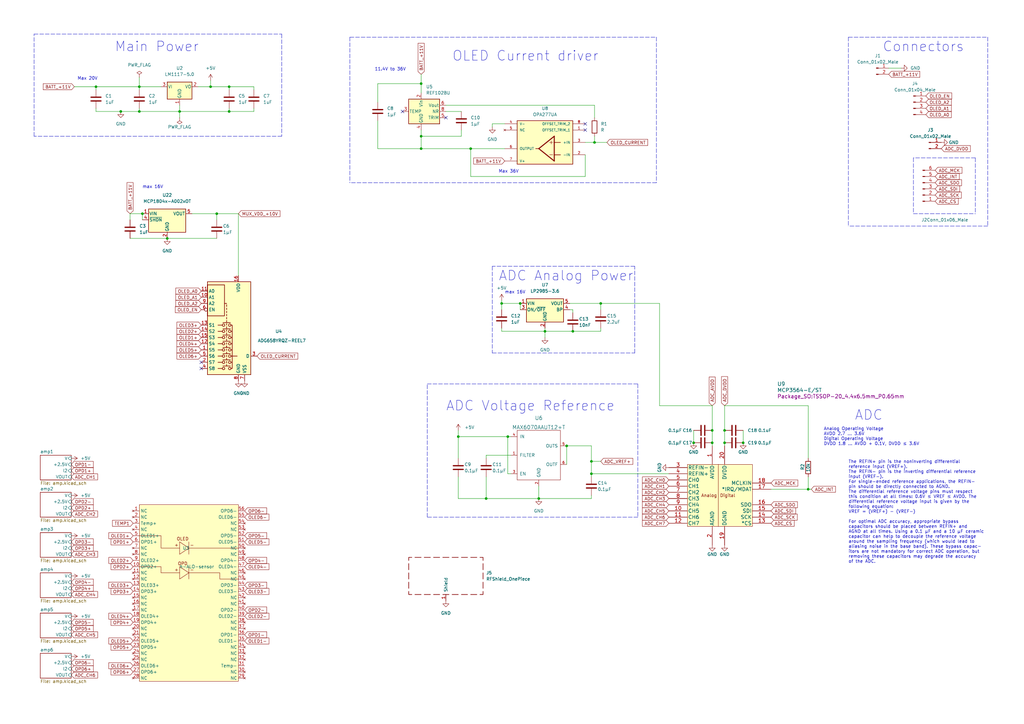
<source format=kicad_sch>
(kicad_sch (version 20211123) (generator eeschema)
  (paper "A3")
  (lib_symbols
    (symbol "ADG658:ADG658YRQZ-REEL7"
      (property "Reference" "U" (at 8.89 38.1 0))
      (property "Value" "ADG658YRQZ-REEL7" (at 1.27 36.83 0))
      (symbol "ADG658YRQZ-REEL7_1_1"
        (pin bidirectional line (at -11.43 -7.62 0) (length 2.54) (name "S5") (number "1"))
        (pin input line (at -11.43 13.97 0) (length 2.54) (name "A1") (number "10"))
        (pin input line (at -11.43 16.51 0) (length 2.54) (name "A0") (number "11"))
        (pin bidirectional line (at -11.43 -5.08 0) (length 2.54) (name "S4") (number "12"))
        (pin bidirectional line (at -11.43 2.54 0) (length 2.54) (name "S1") (number "13"))
        (pin bidirectional line (at -11.43 0 0) (length 2.54) (name "S2") (number "14"))
        (pin bidirectional line (at -11.43 -2.54 0) (length 2.54) (name "S3") (number "15"))
        (pin power_in line (at 3.81 22.86 270) (length 2.54) (name "VDD") (number "16"))
        (pin bidirectional line (at -11.43 -12.7 0) (length 2.54) (name "S7") (number "2"))
        (pin bidirectional line (at 11.43 -10.16 180) (length 2.54) (name "D") (number "3"))
        (pin bidirectional line (at -11.43 -15.24 0) (length 2.54) (name "S8") (number "4"))
        (pin bidirectional line (at -11.43 -10.16 0) (length 2.54) (name "S6") (number "5"))
        (pin input inverted (at -11.43 8.89 0) (length 2.54) (name "EN") (number "6"))
        (pin power_in line (at 6.35 -20.32 90) (length 2.54) (name "VSS") (number "7"))
        (pin power_in line (at 3.81 -20.32 90) (length 2.54) (name "GND") (number "8"))
        (pin input line (at -11.43 11.43 0) (length 2.54) (name "A2") (number "9"))
      )
    )
    (symbol "Connector:Conn_01x02_Male" (pin_names (offset 1.016) hide)
      (property "Reference" "J" (at 0 2.54 0))
      (property "Value" "Conn_01x02_Male" (at 0 -5.08 0))
      (symbol "Conn_01x02_Male_1_1"
        (pin passive line (at 5.08 0 180) (length 3.81) (name "Pin_1") (number "1"))
        (pin passive line (at 5.08 -2.54 180) (length 3.81) (name "Pin_2") (number "2"))
      )
    )
    (symbol "Connector:Conn_01x04_Male" (pin_names (offset 1.016) hide)
      (property "Reference" "J" (at 0 5.08 0))
      (property "Value" "Conn_01x04_Male" (at 0 -7.62 0))
      (symbol "Conn_01x04_Male_1_1"
        (pin passive line (at 5.08 2.54 180) (length 3.81) (name "Pin_1") (number "1"))
        (pin passive line (at 5.08 0 180) (length 3.81) (name "Pin_2") (number "2"))
        (pin passive line (at 5.08 -2.54 180) (length 3.81) (name "Pin_3") (number "3"))
        (pin passive line (at 5.08 -5.08 180) (length 3.81) (name "Pin_4") (number "4"))
      )
    )
    (symbol "Connector:Conn_01x06_Male" (pin_names (offset 1.016) hide)
      (property "Reference" "J" (at 0 7.62 0))
      (property "Value" "Conn_01x06_Male" (at 0 -10.16 0))
      (symbol "Conn_01x06_Male_1_1"
        (pin passive line (at 5.08 5.08 180) (length 3.81) (name "Pin_1") (number "1"))
        (pin passive line (at 5.08 2.54 180) (length 3.81) (name "Pin_2") (number "2"))
        (pin passive line (at 5.08 0 180) (length 3.81) (name "Pin_3") (number "3"))
        (pin passive line (at 5.08 -2.54 180) (length 3.81) (name "Pin_4") (number "4"))
        (pin passive line (at 5.08 -5.08 180) (length 3.81) (name "Pin_5") (number "5"))
        (pin passive line (at 5.08 -7.62 180) (length 3.81) (name "Pin_6") (number "6"))
      )
    )
    (symbol "Device:C" (pin_numbers hide) (pin_names (offset 0.254))
      (property "Reference" "C" (at 0.635 2.54 0))
      (property "Value" "C" (at 0.635 -2.54 0))
      (symbol "C_1_1"
        (pin passive line (at 0 3.81 270) (length 2.794) (name "~") (number "1"))
        (pin passive line (at 0 -3.81 90) (length 2.794) (name "~") (number "2"))
      )
    )
    (symbol "Device:R" (pin_numbers hide) (pin_names (offset 0))
      (property "Reference" "R" (at 2.032 0 90))
      (property "Value" "R" (at 0 0 90))
      (symbol "R_1_1"
        (pin passive line (at 0 3.81 270) (length 1.27) (name "~") (number "1"))
        (pin passive line (at 0 -3.81 90) (length 1.27) (name "~") (number "2"))
      )
    )
    (symbol "Device:RFShield_OnePiece" (pin_names (offset 1.016))
      (property "Reference" "J" (at 0 5.08 0))
      (property "Value" "RFShield_OnePiece" (at 0 2.54 0))
      (symbol "RFShield_OnePiece_1_1"
        (pin passive line (at 0 -10.16 90) (length 2.54) (name "Shield") (number "1"))
      )
    )
    (symbol "MAX6070:MAX6070AAUT12+T" (pin_names (offset 1.016))
      (property "Reference" "U" (at -8.89 11.43 0))
      (property "Value" "MAX6070AAUT12+T" (at 8.89 11.43 0))
      (symbol "MAX6070AAUT12+T_1_1"
        (pin passive line (at -11.43 0 0) (length 2.54) (name "FILTER") (number "1"))
        (pin power_in line (at 0 -12.7 90) (length 2.54) (name "GND") (number "2"))
        (pin input line (at -11.43 -7.62 0) (length 2.54) (name "EN") (number "3"))
        (pin power_in line (at -11.43 7.62 0) (length 2.54) (name "IN") (number "4"))
        (pin passive line (at 11.43 3.81 180) (length 2.54) (name "OUTS") (number "5"))
        (pin power_out line (at 11.43 -3.81 180) (length 2.54) (name "OUTF") (number "6"))
      )
    )
    (symbol "MCP356x:MCP3564-E{slash}ST" (pin_names (offset 0.254))
      (property "Reference" "U" (at 27.94 2.54 0))
      (property "Value" "MCP3564-E{slash}ST" (at 27.94 -1.27 0))
      (property "Footprint" "Package_SO:TSSOP-20_4.4x6.5mm_P0.65mm" (at 27.94 6.096 0))
      (symbol "MCP3564-E{slash}ST_0_0"
        (text "Analog" (at -3.81 0 0) (effects (font (size 1.27 1.27))))
        (text "Digital" (at 3.81 0 0) (effects (font (size 1.27 1.27))))
      )
      (symbol "MCP3564-E{slash}ST_1_1"
        (pin power_in line (at -2.54 20.32 270) (length 7.62) (name "AVDD") (number "1"))
        (pin input line (at -20.32 -6.35 0) (length 7.62) (name "CH5") (number "10"))
        (pin input line (at -20.32 -8.89 0) (length 7.62) (name "CH6") (number "11"))
        (pin input line (at -20.32 -11.43 0) (length 7.62) (name "CH7") (number "12"))
        (pin input line (at 21.59 -11.43 180) (length 7.62) (name "*CS") (number "13"))
        (pin input line (at 21.59 -8.89 180) (length 7.62) (name "SCK") (number "14"))
        (pin input line (at 21.59 -6.35 180) (length 7.62) (name "SDI") (number "15"))
        (pin output line (at 21.59 -3.81 180) (length 7.62) (name "SDO") (number "16"))
        (pin output line (at 21.59 2.54 180) (length 7.62) (name "*IRQ/MDAT") (number "17"))
        (pin bidirectional line (at 21.59 5.08 180) (length 7.62) (name "MCLKIN") (number "18"))
        (pin power_in line (at 2.54 -20.32 90) (length 7.62) (name "DGND") (number "19"))
        (pin power_in line (at -2.54 -20.32 90) (length 7.62) (name "AGND") (number "2"))
        (pin power_in line (at 2.54 20.32 270) (length 7.62) (name "DVDD") (number "20"))
        (pin input line (at -20.32 11.43 0) (length 7.62) (name "REFIN-") (number "3"))
        (pin input line (at -20.32 8.89 0) (length 7.62) (name "REFIN+") (number "4"))
        (pin input line (at -20.32 6.35 0) (length 7.62) (name "CH0") (number "5"))
        (pin input line (at -20.32 3.81 0) (length 7.62) (name "CH1") (number "6"))
        (pin input line (at -20.32 1.27 0) (length 7.62) (name "CH2") (number "7"))
        (pin input line (at -20.32 -1.27 0) (length 7.62) (name "CH3") (number "8"))
        (pin input line (at -20.32 -3.81 0) (length 7.62) (name "CH4") (number "9"))
      )
    )
    (symbol "OPAx277:OPA277UA" (pin_names (offset 1.016))
      (property "Reference" "U" (at -10.16 13.97 0))
      (property "Value" "OPA277UA" (at -10.16 -6.35 0))
      (symbol "OPA277UA_0_0"
        (pin input line (at -15.24 0 0) (length 5.08) (name "OFFSET_TRIM_1") (number "1"))
        (pin input line (at -15.24 10.16 0) (length 5.08) (name "-IN") (number "2"))
        (pin input line (at -15.24 5.08 0) (length 5.08) (name "+IN") (number "3"))
        (pin power_in line (at 17.78 -2.54 180) (length 5.08) (name "V-") (number "4"))
        (pin no_connect line (at 17.78 0 180) (length 5.08) (name "NC") (number "5"))
        (pin output line (at 17.78 7.62 180) (length 5.08) (name "OUTPUT") (number "6"))
        (pin power_in line (at 17.78 12.7 180) (length 5.08) (name "V+") (number "7"))
        (pin input line (at -15.24 -2.54 0) (length 5.08) (name "OFFSET_TRIM_2") (number "8"))
      )
    )
    (symbol "Reference_Voltage:REF102BU" (pin_names (offset 0.254))
      (property "Reference" "U" (at 0 8.255 0))
      (property "Value" "REF102BU" (at 3.175 6.35 0))
      (symbol "REF102BU_1_1"
        (pin no_connect line (at -5.08 -5.08 90) (length 2.54) hide (name "NC") (number "1"))
        (pin power_in line (at -2.54 7.62 270) (length 2.54) (name "Vin") (number "2"))
        (pin passive line (at -10.16 0 0) (length 2.54) (name "TEMP") (number "3"))
        (pin power_in line (at -2.54 -7.62 90) (length 2.54) (name "GND") (number "4"))
        (pin passive line (at 7.62 -2.54 180) (length 2.54) (name "TRIM") (number "5"))
        (pin power_out line (at 7.62 2.54 180) (length 2.54) (name "Vout") (number "6"))
        (pin no_connect line (at 0 -5.08 90) (length 2.54) hide (name "NC") (number "7"))
        (pin passive line (at 7.62 0 180) (length 2.54) (name "NR") (number "8"))
      )
    )
    (symbol "Regulator_Linear:LM1117-5.0" (pin_names (offset 0.254))
      (property "Reference" "U" (at -3.81 3.175 0))
      (property "Value" "LM1117-5.0" (at 0 3.175 0))
      (symbol "LM1117-5.0_1_1"
        (pin power_in line (at 0 -7.62 90) (length 2.54) (name "GND") (number "1"))
        (pin power_out line (at 7.62 0 180) (length 2.54) (name "VO") (number "2"))
        (pin power_in line (at -7.62 0 0) (length 2.54) (name "VI") (number "3"))
      )
    )
    (symbol "Regulator_Linear:LP2985-3.3" (pin_names (offset 0.254))
      (property "Reference" "U" (at -6.35 5.715 0))
      (property "Value" "LP2985-3.3" (at 0 5.715 0))
      (symbol "LP2985-3.3_1_1"
        (pin power_in line (at -10.16 2.54 0) (length 2.54) (name "VIN") (number "1"))
        (pin power_in line (at 0 -7.62 90) (length 2.54) (name "GND") (number "2"))
        (pin input line (at -10.16 0 0) (length 2.54) (name "ON/~{OFF}") (number "3"))
        (pin input line (at 10.16 0 180) (length 2.54) (name "BP") (number "4"))
        (pin power_out line (at 10.16 2.54 180) (length 2.54) (name "VOUT") (number "5"))
      )
    )
    (symbol "Regulator_Linear:MCP1804x-A002xOT" (pin_names (offset 0.254))
      (property "Reference" "U" (at -6.35 5.715 0))
      (property "Value" "MCP1804x-A002xOT" (at 0 5.715 0))
      (symbol "MCP1804x-A002xOT_1_1"
        (pin power_in line (at -10.16 2.54 0) (length 2.54) (name "VIN") (number "1"))
        (pin power_in line (at 0 -7.62 90) (length 2.54) (name "GND") (number "2"))
        (pin no_connect line (at 7.62 0 180) (length 2.54) hide (name "NC") (number "3"))
        (pin input line (at -10.16 0 0) (length 2.54) (name "~{SHDN}") (number "4"))
        (pin power_out line (at 10.16 2.54 180) (length 2.54) (name "VOUT") (number "5"))
      )
    )
    (symbol "h-ALO:h-ALO-sensor"
      (property "Reference" "U" (at 0 20.32 0))
      (property "Value" "h-ALO-sensor" (at 0 22.86 0))
      (symbol "h-ALO-sensor_0_0"
        (text "+" (at -3.81 -1.27 0) (effects (font (size 1.27 1.27))))
        (text "+" (at -3.81 8.89 0) (effects (font (size 1.27 1.27))))
        (text "-" (at 2.54 -1.27 0) (effects (font (size 1.27 1.27))))
        (text "-" (at 2.54 8.89 0) (effects (font (size 1.27 1.27))))
        (text "OLED" (at -1.27 11.43 0) (effects (font (size 1.27 1.27))))
        (text "OPD" (at -1.27 1.27 0) (effects (font (size 1.27 1.27))))
        (pin input line (at -21.59 0 0) (length 2.54) (name "OPD2+") (number "10"))
        (pin no_connect line (at -21.59 -2.54 0) (length 2.54) (name "NC") (number "11"))
        (pin no_connect line (at -21.59 -5.08 0) (length 2.54) (name "NC") (number "12"))
        (pin input line (at -21.59 -7.62 0) (length 2.54) (name "OLED3+") (number "13"))
        (pin input line (at -21.59 -10.16 0) (length 2.54) (name "OPD3+") (number "14"))
        (pin no_connect line (at -21.59 -12.7 0) (length 2.54) (name "NC") (number "15"))
        (pin no_connect line (at -21.59 -15.24 0) (length 2.54) (name "NC") (number "16"))
        (pin no_connect line (at -21.59 -17.78 0) (length 2.54) (name "NC") (number "17"))
        (pin input line (at -21.59 -20.32 0) (length 2.54) (name "OLED4+") (number "18"))
        (pin input line (at -21.59 -22.86 0) (length 2.54) (name "OPD4+") (number "19"))
        (pin no_connect line (at -21.59 20.32 0) (length 2.54) (name "NC") (number "2"))
        (pin no_connect line (at -21.59 -25.4 0) (length 2.54) (name "NC") (number "20"))
        (pin no_connect line (at -21.59 -27.94 0) (length 2.54) (name "NC") (number "21"))
        (pin input line (at -21.59 -30.48 0) (length 2.54) (name "OLED5+") (number "22"))
        (pin input line (at -21.59 -33.02 0) (length 2.54) (name "OPD5+") (number "23"))
        (pin no_connect line (at -21.59 -35.56 0) (length 2.54) (name "NC") (number "24"))
        (pin no_connect line (at -21.59 -38.1 0) (length 2.54) (name "NC") (number "25"))
        (pin input line (at -21.59 -40.64 0) (length 2.54) (name "OLED6+") (number "26"))
        (pin input line (at -21.59 -43.18 0) (length 2.54) (name "OPD6+") (number "27"))
        (pin no_connect line (at -21.59 -45.72 0) (length 2.54) (name "NC") (number "28"))
        (pin input line (at -21.59 17.78 0) (length 2.54) (name "Temp+") (number "3"))
        (pin no_connect line (at 24.13 -43.18 180) (length 2.54) (name "NC") (number "30"))
        (pin input line (at 24.13 -40.64 180) (length 2.54) (name "Temp-") (number "31"))
        (pin no_connect line (at 24.13 -38.1 180) (length 2.54) (name "NC") (number "32"))
        (pin no_connect line (at 24.13 -35.56 180) (length 2.54) (name "NC") (number "33"))
        (pin no_connect line (at 24.13 -33.02 180) (length 2.54) (name "NC") (number "34"))
        (pin input line (at 24.13 -30.48 180) (length 2.54) (name "OLED1-") (number "35"))
        (pin input line (at 24.13 -27.94 180) (length 2.54) (name "OPD1-") (number "36"))
        (pin no_connect line (at 24.13 -25.4 180) (length 2.54) (name "NC") (number "37"))
        (pin no_connect line (at 24.13 -22.86 180) (length 2.54) (name "NC") (number "38"))
        (pin input line (at 24.13 -20.32 180) (length 2.54) (name "OLED2-") (number "39"))
        (pin no_connect line (at -21.59 15.24 0) (length 2.54) (name "NC") (number "4"))
        (pin input line (at 24.13 -17.78 180) (length 2.54) (name "OPD2-") (number "40"))
        (pin no_connect line (at 24.13 -15.24 180) (length 2.54) (name "NC") (number "41"))
        (pin no_connect line (at 24.13 -12.7 180) (length 2.54) (name "NC") (number "42"))
        (pin input line (at 24.13 -10.16 180) (length 2.54) (name "OLED3-") (number "43"))
        (pin input line (at 24.13 -7.62 180) (length 2.54) (name "OPD3-") (number "44"))
        (pin no_connect line (at 24.13 -5.08 180) (length 2.54) (name "NC") (number "45"))
        (pin no_connect line (at 24.13 -2.54 180) (length 2.54) (name "NC") (number "46"))
        (pin input line (at 24.13 0 180) (length 2.54) (name "OLED4-") (number "47"))
        (pin input line (at 24.13 2.54 180) (length 2.54) (name "OPD4-") (number "48"))
        (pin no_connect line (at 24.13 5.08 180) (length 2.54) (name "NC") (number "49"))
        (pin input line (at -21.59 12.7 0) (length 2.54) (name "OLED1+") (number "5"))
        (pin no_connect line (at 24.13 7.62 180) (length 2.54) (name "NC") (number "50"))
        (pin input line (at 24.13 10.16 180) (length 2.54) (name "OLED5-") (number "51"))
        (pin input line (at 24.13 12.7 180) (length 2.54) (name "OPD5-") (number "52"))
        (pin no_connect line (at 24.13 15.24 180) (length 2.54) (name "NC") (number "53"))
        (pin no_connect line (at 24.13 17.78 180) (length 2.54) (name "NC") (number "54"))
        (pin input line (at 24.13 20.32 180) (length 2.54) (name "OLED6-") (number "55"))
        (pin input line (at 24.13 22.86 180) (length 2.54) (name "OPD6-") (number "56"))
        (pin input line (at -21.59 10.16 0) (length 2.54) (name "OPD1+") (number "6"))
        (pin no_connect line (at -21.59 7.62 0) (length 2.54) (name "NC") (number "7"))
        (pin no_connect line (at -21.59 5.08 0) (length 2.54) (name "NC") (number "8"))
        (pin input line (at -21.59 2.54 0) (length 2.54) (name "OLED2+") (number "9"))
      )
      (symbol "h-ALO-sensor_1_1"
        (pin no_connect line (at -21.59 22.86 0) (length 2.54) (name "NC") (number "1"))
        (pin no_connect line (at 24.13 -45.72 180) (length 2.54) (name "NC") (number "29"))
      )
    )
    (symbol "power:+5V" (power) (pin_names (offset 0))
      (property "Value" "+5V" (at 0 3.556 0))
      (symbol "+5V_1_1"
        (pin power_in line (at 0 0 90) (length 0) hide (name "+5V") (number "1"))
      )
    )
    (symbol "power:GND" (power) (pin_names (offset 0))
      (property "Value" "GND" (at 0 -3.81 0))
      (symbol "GND_1_1"
        (pin power_in line (at 0 0 270) (length 0) hide (name "GND") (number "1"))
      )
    )
    (symbol "power:PWR_FLAG" (power) (pin_numbers hide) (pin_names (offset 0) hide)
      (property "Value" "PWR_FLAG" (at 0 3.81 0))
      (symbol "PWR_FLAG_0_0"
        (pin power_out line (at 0 0 90) (length 0) (name "pwr") (number "1"))
      )
    )
  )
  (junction (at 199.39 204.47))
  (junction (at 193.04 60.96))
  (junction (at 58.42 87.63))
  (junction (at 172.72 60.96))
  (junction (at 292.1 176.53))
  (junction (at 331.47 200.66))
  (junction (at 86.36 35.56))
  (junction (at 93.98 35.56))
  (junction (at 88.9 87.63))
  (junction (at 223.52 135.89))
  (junction (at 304.8 181.61))
  (junction (at 284.48 181.61))
  (junction (at 220.98 204.47))
  (junction (at 49.53 45.72))
  (junction (at 242.57 194.31))
  (junction (at 297.18 181.61))
  (junction (at 57.15 35.56))
  (junction (at 73.66 45.72))
  (junction (at 172.72 34.29))
  (junction (at 242.57 189.23))
  (junction (at 57.15 45.72))
  (junction (at 213.36 124.46))
  (junction (at 39.37 35.56))
  (junction (at 187.96 179.07))
  (junction (at 243.84 58.42))
  (junction (at 297.18 176.53))
  (junction (at 68.58 97.79))
  (junction (at 208.28 179.07))
  (junction (at 234.95 135.89))
  (junction (at 205.74 124.46))
  (junction (at 93.98 45.72))
  (junction (at 172.72 55.88))
  (junction (at 292.1 181.61))
  (junction (at 246.38 124.46))
  (junction (at 232.41 182.88))
  (no_connect (at 182.88 48.26))
  (no_connect (at 240.03 50.8))
  (no_connect (at 240.03 53.34))
  (no_connect (at 165.1 45.72))
  (no_connect (at 82.55 151.13))
  (no_connect (at 82.55 148.59))
  (wire (pts (xy 246.38 189.23) (xy 242.57 189.23)))
  (wire (pts (xy 53.34 87.63) (xy 53.34 90.17)))
  (wire (pts (xy 172.72 55.88) (xy 172.72 60.96)))
  (wire (pts (xy 234.95 127) (xy 233.68 127)))
  (wire (pts (xy 246.38 124.46) (xy 270.51 124.46)))
  (wire (pts (xy 154.94 60.96) (xy 154.94 49.53)))
  (wire (pts (xy 284.48 176.53) (xy 284.48 181.61)))
  (wire (pts (xy 93.98 45.72) (xy 104.14 45.72)))
  (wire (pts (xy 187.96 179.07) (xy 187.96 187.96)))
  (wire (pts (xy 220.98 199.39) (xy 220.98 204.47)))
  (wire (pts (xy 223.52 138.43) (xy 223.52 135.89)))
  (wire (pts (xy 199.39 204.47) (xy 187.96 204.47)))
  (wire (pts (xy 232.41 182.88) (xy 232.41 190.5)))
  (wire (pts (xy 233.68 124.46) (xy 246.38 124.46)))
  (polyline (pts (xy 374.65 87.63) (xy 400.05 87.63)))
  (wire (pts (xy 172.72 34.29) (xy 172.72 38.1)))
  (wire (pts (xy 369.57 27.94) (xy 364.49 27.94)))
  (wire (pts (xy 199.39 186.69) (xy 199.39 187.96)))
  (wire (pts (xy 199.39 195.58) (xy 199.39 204.47)))
  (polyline (pts (xy 260.35 144.78) (xy 260.35 109.22)))
  (wire (pts (xy 292.1 181.61) (xy 292.1 176.53)))
  (wire (pts (xy 240.03 63.5) (xy 240.03 72.39)))
  (wire (pts (xy 205.74 135.89) (xy 223.52 135.89)))
  (wire (pts (xy 208.28 179.07) (xy 208.28 194.31)))
  (polyline (pts (xy 13.97 55.88) (xy 13.97 13.97)))
  (wire (pts (xy 242.57 182.88) (xy 242.57 189.23)))
  (wire (pts (xy 154.94 34.29) (xy 172.72 34.29)))
  (wire (pts (xy 292.1 176.53) (xy 292.1 166.37)))
  (polyline (pts (xy 400.05 64.77) (xy 374.65 64.77)))
  (wire (pts (xy 242.57 195.58) (xy 242.57 194.31)))
  (wire (pts (xy 30.48 35.56) (xy 39.37 35.56)))
  (wire (pts (xy 240.03 72.39) (xy 193.04 72.39)))
  (wire (pts (xy 39.37 35.56) (xy 57.15 35.56)))
  (wire (pts (xy 223.52 135.89) (xy 234.95 135.89)))
  (wire (pts (xy 172.72 53.34) (xy 172.72 55.88)))
  (wire (pts (xy 297.18 181.61) (xy 297.18 182.88)))
  (wire (pts (xy 243.84 58.42) (xy 248.92 58.42)))
  (polyline (pts (xy 347.98 15.24) (xy 347.98 92.71)))
  (wire (pts (xy 205.74 124.46) (xy 213.36 124.46)))
  (polyline (pts (xy 269.24 74.93) (xy 143.51 74.93)))
  (wire (pts (xy 68.58 97.79) (xy 88.9 97.79)))
  (wire (pts (xy 205.74 135.89) (xy 205.74 134.62)))
  (polyline (pts (xy 269.24 15.24) (xy 269.24 74.93)))
  (wire (pts (xy 172.72 30.48) (xy 172.72 34.29)))
  (polyline (pts (xy 143.51 15.24) (xy 143.51 74.93)))
  (wire (pts (xy 205.74 124.46) (xy 205.74 127)))
  (wire (pts (xy 57.15 44.45) (xy 57.15 45.72)))
  (wire (pts (xy 270.51 166.37) (xy 292.1 166.37)))
  (wire (pts (xy 39.37 35.56) (xy 39.37 36.83)))
  (wire (pts (xy 208.28 179.07) (xy 209.55 179.07)))
  (wire (pts (xy 49.53 45.72) (xy 39.37 45.72)))
  (wire (pts (xy 297.18 166.37) (xy 331.47 166.37)))
  (polyline (pts (xy 13.97 13.97) (xy 115.57 13.97)))
  (wire (pts (xy 93.98 44.45) (xy 93.98 45.72)))
  (polyline (pts (xy 175.26 212.09) (xy 175.26 157.48)))
  (polyline (pts (xy 175.26 157.48) (xy 261.62 157.48)))
  (polyline (pts (xy 115.57 55.88) (xy 13.97 55.88)))
  (wire (pts (xy 207.01 50.8) (xy 201.93 50.8)))
  (wire (pts (xy 246.38 124.46) (xy 246.38 127)))
  (wire (pts (xy 57.15 45.72) (xy 73.66 45.72)))
  (wire (pts (xy 209.55 194.31) (xy 208.28 194.31)))
  (wire (pts (xy 73.66 43.18) (xy 73.66 45.72)))
  (wire (pts (xy 243.84 43.18) (xy 243.84 48.26)))
  (wire (pts (xy 297.18 176.53) (xy 297.18 181.61)))
  (wire (pts (xy 223.52 134.62) (xy 223.52 135.89)))
  (wire (pts (xy 331.47 195.58) (xy 331.47 200.66)))
  (wire (pts (xy 297.18 166.37) (xy 297.18 176.53)))
  (wire (pts (xy 270.51 166.37) (xy 270.51 124.46)))
  (wire (pts (xy 86.36 35.56) (xy 93.98 35.56)))
  (wire (pts (xy 39.37 45.72) (xy 39.37 44.45)))
  (wire (pts (xy 232.41 182.88) (xy 242.57 182.88)))
  (wire (pts (xy 49.53 45.72) (xy 57.15 45.72)))
  (wire (pts (xy 243.84 55.88) (xy 243.84 58.42)))
  (wire (pts (xy 172.72 60.96) (xy 154.94 60.96)))
  (wire (pts (xy 93.98 35.56) (xy 104.14 35.56)))
  (wire (pts (xy 88.9 87.63) (xy 97.79 87.63)))
  (wire (pts (xy 242.57 189.23) (xy 242.57 194.31)))
  (wire (pts (xy 58.42 87.63) (xy 58.42 90.17)))
  (wire (pts (xy 57.15 35.56) (xy 66.04 35.56)))
  (polyline (pts (xy 405.13 92.71) (xy 347.98 92.71)))
  (wire (pts (xy 73.66 45.72) (xy 93.98 45.72)))
  (polyline (pts (xy 201.93 144.78) (xy 260.35 144.78)))
  (wire (pts (xy 193.04 60.96) (xy 207.01 60.96)))
  (wire (pts (xy 234.95 135.89) (xy 246.38 135.89)))
  (wire (pts (xy 104.14 44.45) (xy 104.14 45.72)))
  (wire (pts (xy 331.47 200.66) (xy 332.74 200.66)))
  (wire (pts (xy 242.57 204.47) (xy 242.57 203.2)))
  (polyline (pts (xy 405.13 15.24) (xy 405.13 92.71)))
  (wire (pts (xy 53.34 97.79) (xy 68.58 97.79)))
  (polyline (pts (xy 261.62 212.09) (xy 175.26 212.09)))
  (polyline (pts (xy 201.93 109.22) (xy 201.93 144.78)))
  (wire (pts (xy 220.98 204.47) (xy 242.57 204.47)))
  (wire (pts (xy 57.15 31.75) (xy 57.15 35.56)))
  (wire (pts (xy 193.04 72.39) (xy 193.04 60.96)))
  (polyline (pts (xy 347.98 15.24) (xy 405.13 15.24)))
  (wire (pts (xy 187.96 176.53) (xy 187.96 179.07)))
  (wire (pts (xy 86.36 35.56) (xy 86.36 33.02)))
  (wire (pts (xy 97.79 87.63) (xy 97.79 113.03)))
  (wire (pts (xy 182.88 43.18) (xy 243.84 43.18)))
  (wire (pts (xy 187.96 179.07) (xy 208.28 179.07)))
  (wire (pts (xy 88.9 87.63) (xy 78.74 87.63)))
  (polyline (pts (xy 260.35 109.22) (xy 201.93 109.22)))
  (wire (pts (xy 104.14 35.56) (xy 104.14 36.83)))
  (polyline (pts (xy 143.51 15.24) (xy 269.24 15.24)))
  (wire (pts (xy 242.57 194.31) (xy 274.32 194.31)))
  (wire (pts (xy 234.95 128.27) (xy 234.95 127)))
  (wire (pts (xy 246.38 135.89) (xy 246.38 134.62)))
  (wire (pts (xy 331.47 187.96) (xy 331.47 166.37)))
  (wire (pts (xy 93.98 35.56) (xy 93.98 36.83)))
  (wire (pts (xy 304.8 176.53) (xy 304.8 181.61)))
  (wire (pts (xy 243.84 58.42) (xy 240.03 58.42)))
  (wire (pts (xy 81.28 35.56) (xy 86.36 35.56)))
  (wire (pts (xy 189.23 55.88) (xy 172.72 55.88)))
  (wire (pts (xy 57.15 35.56) (xy 57.15 36.83)))
  (wire (pts (xy 209.55 186.69) (xy 199.39 186.69)))
  (wire (pts (xy 88.9 90.17) (xy 88.9 87.63)))
  (wire (pts (xy 201.93 50.8) (xy 201.93 52.07)))
  (polyline (pts (xy 115.57 13.97) (xy 115.57 55.88)))
  (wire (pts (xy 292.1 182.88) (xy 292.1 181.61)))
  (wire (pts (xy 220.98 204.47) (xy 199.39 204.47)))
  (wire (pts (xy 316.23 200.66) (xy 331.47 200.66)))
  (wire (pts (xy 187.96 204.47) (xy 187.96 195.58)))
  (polyline (pts (xy 374.65 64.77) (xy 374.65 87.63)))
  (wire (pts (xy 73.66 48.26) (xy 73.66 45.72)))
  (wire (pts (xy 213.36 124.46) (xy 213.36 127)))
  (wire (pts (xy 189.23 53.34) (xy 189.23 55.88)))
  (wire (pts (xy 182.88 45.72) (xy 189.23 45.72)))
  (wire (pts (xy 154.94 41.91) (xy 154.94 34.29)))
  (polyline (pts (xy 400.05 64.77) (xy 400.05 87.63)))
  (wire (pts (xy 58.42 87.63) (xy 53.34 87.63)))
  (polyline (pts (xy 261.62 157.48) (xy 261.62 212.09)))
  (wire (pts (xy 205.74 123.19) (xy 205.74 124.46)))
  (wire (pts (xy 172.72 60.96) (xy 193.04 60.96)))
  (text "Analog Operating Voltage\nAVDD 2.7 ... 3.6V\nDigital Operating Voltage\nDVDD 1.8 ... AVDD + 0.1V, DVDD ≤ 3.6V" (at 337.82 182.88 0) (effects (font (size 1.27 1.27)) (justify left bottom)))
  (text "ADC" (at 350.52 172.72 0) (effects (font (size 4 4)) (justify left bottom)))
  (text "Max 20V" (at 31.75 33.02 0) (effects (font (size 1.27 1.27)) (justify left bottom)))
  (text "11.4V to 36V" (at 153.67 29.21 0) (effects (font (size 1.27 1.27)) (justify left bottom)))
  (text "max 16V" (at 58.42 77.47 0) (effects (font (size 1.27 1.27)) (justify left bottom)))
  (text "The REFIN+ pin is the noninverting differential\nreference input (VREF+).\nThe REFIN- pin is the inverting differential reference\ninput (VREF-).\nFor single-ended reference applications, the REFIN-\npin should be directly connected to AGND.\nThe differential reference voltage pins must respect\nthis condition at all times: 0.6V ≤ VREF ≤ AVDD. The\ndifferential reference voltage input is given by the\nfollowing equation:\nVREF = (VREF+) - (VREF-)\n\nFor optimal ADC accuracy, appropriate bypass\ncapacitors should be placed between REFIN+ and\nAGND at all times. Using a 0.1 µF and a 10 µF ceramic\ncapacitor can help to decouple the reference voltage\naround the sampling frequency (which would lead to\naliasing noise in the base band). These bypass capac-\nitors are not mandatory for correct ADC operation, but\nremoving these capacitors may degrade the accuracy\nof the ADC." (at 347.98 231.14 0) (effects (font (size 1.27 1.27)) (justify left bottom)))
  (text "Main Power" (at 46.99 21.59 0) (effects (font (size 4 4)) (justify left bottom)))
  (text "ADC Analog Power" (at 204.47 115.57 0) (effects (font (size 4 4)) (justify left bottom)))
  (text "Max 36V" (at 204.47 71.12 0) (effects (font (size 1.27 1.27)) (justify left bottom)))
  (text "OLED Current driver" (at 185.42 25.4 0) (effects (font (size 4 4)) (justify left bottom)))
  (text "Connectors" (at 361.95 21.59 0) (effects (font (size 4 4)) (justify left bottom)))
  (text "max 16V" (at 207.01 120.65 0) (effects (font (size 1.27 1.27)) (justify left bottom)))
  (text "ADC Voltage Reference" (at 182.88 168.91 0) (effects (font (size 4 4)) (justify left bottom)))
  (global_label "OLED_A1" (shape input) (at 82.55 121.92 180) (property "Intersheet References" "${INTERSHEET_REFS}" (effects hide)))
  (global_label "BATT_+11V" (shape input) (at 30.48 35.56 180) (property "Intersheet References" "${INTERSHEET_REFS}" (effects hide)))
  (global_label "OPD5+" (shape input) (at 54.61 265.43 180) (property "Intersheet References" "${INTERSHEET_REFS}" (effects hide)))
  (global_label "OLED_EN" (shape input) (at 379.73 39.37 0) (property "Intersheet References" "${INTERSHEET_REFS}" (effects hide)))
  (global_label "ADC_DVDD" (shape input) (at 297.18 166.37 90) (property "Intersheet References" "${INTERSHEET_REFS}" (effects hide)))
  (global_label "ADC_SDI" (shape input) (at 383.54 77.47 0) (property "Intersheet References" "${INTERSHEET_REFS}" (effects hide)))
  (global_label "OPD4+" (shape input) (at 54.61 255.27 180) (property "Intersheet References" "${INTERSHEET_REFS}" (effects hide)))
  (global_label "OLED_EN" (shape input) (at 82.55 127 180) (property "Intersheet References" "${INTERSHEET_REFS}" (effects hide)))
  (global_label "OPD1+" (shape input) (at 54.61 222.25 180) (property "Intersheet References" "${INTERSHEET_REFS}" (effects hide)))
  (global_label "OLED2+" (shape input) (at 54.61 229.87 180) (property "Intersheet References" "${INTERSHEET_REFS}" (effects hide)))
  (global_label "OLED1+" (shape input) (at 82.55 138.43 180) (property "Intersheet References" "${INTERSHEET_REFS}" (effects hide)))
  (global_label "ADC_MCK" (shape input) (at 383.54 69.85 0) (property "Intersheet References" "${INTERSHEET_REFS}" (effects hide)))
  (global_label "OLED5+" (shape input) (at 82.55 143.51 180) (property "Intersheet References" "${INTERSHEET_REFS}" (effects hide)))
  (global_label "ADC_CH6" (shape input) (at 29.21 276.86 0) (property "Intersheet References" "${INTERSHEET_REFS}" (effects hide)))
  (global_label "BATT_+11V" (shape input) (at 53.34 87.63 90) (property "Intersheet References" "${INTERSHEET_REFS}" (effects hide)))
  (global_label "OLED3-" (shape input) (at 100.33 242.57 0) (property "Intersheet References" "${INTERSHEET_REFS}" (effects hide)))
  (global_label "ADC_SDI" (shape input) (at 316.23 209.55 0) (property "Intersheet References" "${INTERSHEET_REFS}" (effects hide)))
  (global_label "OPD1+" (shape input) (at 29.21 193.04 0) (property "Intersheet References" "${INTERSHEET_REFS}" (effects hide)))
  (global_label "OLED3+" (shape input) (at 54.61 240.03 180) (property "Intersheet References" "${INTERSHEET_REFS}" (effects hide)))
  (global_label "ADC_MCK" (shape input) (at 316.23 198.12 0) (property "Intersheet References" "${INTERSHEET_REFS}" (effects hide)))
  (global_label "ADC_INT" (shape input) (at 332.74 200.66 0) (property "Intersheet References" "${INTERSHEET_REFS}" (effects hide)))
  (global_label "OPD5-" (shape input) (at 29.21 255.27 0) (property "Intersheet References" "${INTERSHEET_REFS}" (effects hide)))
  (global_label "OLED_A1" (shape input) (at 379.73 44.45 0) (property "Intersheet References" "${INTERSHEET_REFS}" (effects hide)))
  (global_label "BATT_+11V" (shape input) (at 364.49 30.48 0) (property "Intersheet References" "${INTERSHEET_REFS}" (effects hide)))
  (global_label "OPD4+" (shape input) (at 29.21 241.3 0) (property "Intersheet References" "${INTERSHEET_REFS}" (effects hide)))
  (global_label "ADC_CS" (shape input) (at 383.54 82.55 0) (property "Intersheet References" "${INTERSHEET_REFS}" (effects hide)))
  (global_label "OPD6+" (shape input) (at 54.61 275.59 180) (property "Intersheet References" "${INTERSHEET_REFS}" (effects hide)))
  (global_label "OLED_A0" (shape input) (at 82.55 119.38 180) (property "Intersheet References" "${INTERSHEET_REFS}" (effects hide)))
  (global_label "OPD3-" (shape input) (at 29.21 222.25 0) (property "Intersheet References" "${INTERSHEET_REFS}" (effects hide)))
  (global_label "ADC_CH3" (shape input) (at 29.21 227.33 0) (property "Intersheet References" "${INTERSHEET_REFS}" (effects hide)))
  (global_label "OPD2-" (shape input) (at 29.21 205.74 0) (property "Intersheet References" "${INTERSHEET_REFS}" (effects hide)))
  (global_label "OLED1+" (shape input) (at 54.61 219.71 180) (property "Intersheet References" "${INTERSHEET_REFS}" (effects hide)))
  (global_label "ADC_CH6" (shape input) (at 274.32 212.09 180) (property "Intersheet References" "${INTERSHEET_REFS}" (effects hide)))
  (global_label "OPD2+" (shape input) (at 29.21 208.28 0) (property "Intersheet References" "${INTERSHEET_REFS}" (effects hide)))
  (global_label "BATT_+11V" (shape input) (at 207.01 66.04 180) (property "Intersheet References" "${INTERSHEET_REFS}" (effects hide)))
  (global_label "ADC_CH3" (shape input) (at 274.32 204.47 180) (property "Intersheet References" "${INTERSHEET_REFS}" (effects hide)))
  (global_label "OLED5+" (shape input) (at 54.61 262.89 180) (property "Intersheet References" "${INTERSHEET_REFS}" (effects hide)))
  (global_label "ADC_DVDD" (shape input) (at 386.08 60.96 0) (property "Intersheet References" "${INTERSHEET_REFS}" (effects hide)))
  (global_label "ADC_SCK" (shape input) (at 316.23 212.09 0) (property "Intersheet References" "${INTERSHEET_REFS}" (effects hide)))
  (global_label "OPD5+" (shape input) (at 29.21 257.81 0) (property "Intersheet References" "${INTERSHEET_REFS}" (effects hide)))
  (global_label "ADC_SDO" (shape input) (at 383.54 74.93 0) (property "Intersheet References" "${INTERSHEET_REFS}" (effects hide)))
  (global_label "OLED_CURRENT" (shape input) (at 105.41 146.05 0) (property "Intersheet References" "${INTERSHEET_REFS}" (effects hide)))
  (global_label "OPD2+" (shape input) (at 54.61 232.41 180) (property "Intersheet References" "${INTERSHEET_REFS}" (effects hide)))
  (global_label "OPD1-" (shape input) (at 29.21 190.5 0) (property "Intersheet References" "${INTERSHEET_REFS}" (effects hide)))
  (global_label "OLED3+" (shape input) (at 82.55 133.35 180) (property "Intersheet References" "${INTERSHEET_REFS}" (effects hide)))
  (global_label "ADC_CH4" (shape input) (at 274.32 207.01 180) (property "Intersheet References" "${INTERSHEET_REFS}" (effects hide)))
  (global_label "OPD3+" (shape input) (at 54.61 242.57 180) (property "Intersheet References" "${INTERSHEET_REFS}" (effects hide)))
  (global_label "ADC_CH1" (shape input) (at 274.32 199.39 180) (property "Intersheet References" "${INTERSHEET_REFS}" (effects hide)))
  (global_label "OLED4+" (shape input) (at 54.61 252.73 180) (property "Intersheet References" "${INTERSHEET_REFS}" (effects hide)))
  (global_label "OPD1-" (shape input) (at 100.33 260.35 0) (property "Intersheet References" "${INTERSHEET_REFS}" (effects hide)))
  (global_label "OLED6+" (shape input) (at 82.55 146.05 180) (property "Intersheet References" "${INTERSHEET_REFS}" (effects hide)))
  (global_label "ADC_CH5" (shape input) (at 274.32 209.55 180) (property "Intersheet References" "${INTERSHEET_REFS}" (effects hide)))
  (global_label "ADC_VREF+" (shape input) (at 246.38 189.23 0) (property "Intersheet References" "${INTERSHEET_REFS}" (effects hide)))
  (global_label "OPD5-" (shape input) (at 100.33 219.71 0) (property "Intersheet References" "${INTERSHEET_REFS}" (effects hide)))
  (global_label "ADC_INT" (shape input) (at 383.54 72.39 0) (property "Intersheet References" "${INTERSHEET_REFS}" (effects hide)))
  (global_label "OPD3+" (shape input) (at 29.21 224.79 0) (property "Intersheet References" "${INTERSHEET_REFS}" (effects hide)))
  (global_label "OPD4-" (shape input) (at 29.21 238.76 0) (property "Intersheet References" "${INTERSHEET_REFS}" (effects hide)))
  (global_label "OLED2+" (shape input) (at 82.55 135.89 180) (property "Intersheet References" "${INTERSHEET_REFS}" (effects hide)))
  (global_label "OPD3-" (shape input) (at 100.33 240.03 0) (property "Intersheet References" "${INTERSHEET_REFS}" (effects hide)))
  (global_label "OLED4+" (shape input) (at 82.55 140.97 180) (property "Intersheet References" "${INTERSHEET_REFS}" (effects hide)))
  (global_label "ADC_AVDD" (shape input) (at 292.1 166.37 90) (property "Intersheet References" "${INTERSHEET_REFS}" (effects hide)))
  (global_label "ADC_CH4" (shape input) (at 29.21 243.84 0) (property "Intersheet References" "${INTERSHEET_REFS}" (effects hide)))
  (global_label "OLED5-" (shape input) (at 100.33 222.25 0) (property "Intersheet References" "${INTERSHEET_REFS}" (effects hide)))
  (global_label "ADC_CH7" (shape input) (at 274.32 214.63 180) (property "Intersheet References" "${INTERSHEET_REFS}" (effects hide)))
  (global_label "OLED_A0" (shape input) (at 379.73 46.99 0) (property "Intersheet References" "${INTERSHEET_REFS}" (effects hide)))
  (global_label "ADC_CS" (shape input) (at 316.23 214.63 0) (property "Intersheet References" "${INTERSHEET_REFS}" (effects hide)))
  (global_label "ADC_CH2" (shape input) (at 274.32 201.93 180) (property "Intersheet References" "${INTERSHEET_REFS}" (effects hide)))
  (global_label "ADC_SCK" (shape input) (at 383.54 80.01 0) (property "Intersheet References" "${INTERSHEET_REFS}" (effects hide)))
  (global_label "MUX_VDD_+10V" (shape input) (at 97.79 87.63 0) (property "Intersheet References" "${INTERSHEET_REFS}" (effects hide)))
  (global_label "OLED_A2" (shape input) (at 82.55 124.46 180) (property "Intersheet References" "${INTERSHEET_REFS}" (effects hide)))
  (global_label "ADC_SDO" (shape input) (at 316.23 207.01 0) (property "Intersheet References" "${INTERSHEET_REFS}" (effects hide)))
  (global_label "BATT_+11V" (shape input) (at 172.72 30.48 90) (property "Intersheet References" "${INTERSHEET_REFS}" (effects hide)))
  (global_label "OPD4-" (shape input) (at 100.33 229.87 0) (property "Intersheet References" "${INTERSHEET_REFS}" (effects hide)))
  (global_label "ADC_CH5" (shape input) (at 29.21 260.35 0) (property "Intersheet References" "${INTERSHEET_REFS}" (effects hide)))
  (global_label "OLED6-" (shape input) (at 100.33 212.09 0) (property "Intersheet References" "${INTERSHEET_REFS}" (effects hide)))
  (global_label "OPD6-" (shape input) (at 29.21 271.78 0) (property "Intersheet References" "${INTERSHEET_REFS}" (effects hide)))
  (global_label "OLED4-" (shape input) (at 100.33 232.41 0) (property "Intersheet References" "${INTERSHEET_REFS}" (effects hide)))
  (global_label "TEMP1" (shape input) (at 54.61 214.63 180) (property "Intersheet References" "${INTERSHEET_REFS}" (effects hide)))
  (global_label "OLED1-" (shape input) (at 100.33 262.89 0) (property "Intersheet References" "${INTERSHEET_REFS}" (effects hide)))
  (global_label "ADC_CH1" (shape input) (at 29.21 195.58 0) (property "Intersheet References" "${INTERSHEET_REFS}" (effects hide)))
  (global_label "ADC_CH0" (shape input) (at 274.32 196.85 180) (property "Intersheet References" "${INTERSHEET_REFS}" (effects hide)))
  (global_label "OLED_A2" (shape input) (at 379.73 41.91 0) (property "Intersheet References" "${INTERSHEET_REFS}" (effects hide)))
  (global_label "OPD2-" (shape input) (at 100.33 250.19 0) (property "Intersheet References" "${INTERSHEET_REFS}" (effects hide)))
  (global_label "OPD6+" (shape input) (at 29.21 274.32 0) (property "Intersheet References" "${INTERSHEET_REFS}" (effects hide)))
  (global_label "OLED_CURRENT" (shape input) (at 248.92 58.42 0) (property "Intersheet References" "${INTERSHEET_REFS}" (effects hide)))
  (global_label "OPD6-" (shape input) (at 100.33 209.55 0) (property "Intersheet References" "${INTERSHEET_REFS}" (effects hide)))
  (global_label "ADC_CH2" (shape input) (at 29.21 210.82 0) (property "Intersheet References" "${INTERSHEET_REFS}" (effects hide)))
  (global_label "OLED6+" (shape input) (at 54.61 273.05 180) (property "Intersheet References" "${INTERSHEET_REFS}" (effects hide)))
  (global_label "OLED2-" (shape input) (at 100.33 252.73 0) (property "Intersheet References" "${INTERSHEET_REFS}" (effects hide)))
  (symbol (lib_id "Connector:Conn_01x06_Male") (at 378.46 77.47 0) (mirror x) (unit 1)
    (property "Reference" "J2" (at 379.095 90.17 0))
    (property "Value" "Conn_01x06_Male" (at 388.62 90.17 0))
    (property "Footprint" "Connector_JST:JST_XH_B6B-XH-A_1x06_P2.50mm_Vertical" (effects hide))
  )
  (symbol (lib_id "power:GND") (at 220.98 204.47 0) (unit 1)
    (property "Reference" "#PWR016" (effects hide))
    (property "Value" "GND" (at 220.98 209.55 0))
  )
  (symbol (lib_id "Connector:Conn_01x02_Male") (at 381 58.42 0) (unit 1)
    (property "Reference" "J3" (at 381.635 53.34 0))
    (property "Value" "Conn_01x02_Male" (at 381.635 55.88 0))
    (property "Footprint" "Connector_JST:JST_XH_B2B-XH-A_1x02_P2.50mm_Vertical" (effects hide))
  )
  (symbol (lib_id "Connector:Conn_01x02_Male") (at 359.41 27.94 0) (unit 1)
    (property "Reference" "J1" (at 360.045 22.86 0))
    (property "Value" "Conn_01x02_Male" (at 360.045 25.4 0))
    (property "Footprint" "Connector_JST:JST_XH_B2B-XH-A_1x02_P2.50mm_Vertical" (effects hide))
  )
  (symbol (lib_id "Device:C") (at 39.37 40.64 0) (unit 1)
    (property "Reference" "C1" (at 43.18 39.3699 0) (effects (justify left)))
    (property "Value" "1uF" (at 43.18 41.9099 0) (effects (justify left)))
    (property "Footprint" "Capacitor_SMD:C_0805_2012Metric" (effects hide))
  )
  (symbol (lib_id "power:+5V") (at 29.21 269.24 270) (unit 1)
    (property "Reference" "#PWR06" (effects hide))
    (property "Value" "+5V" (at 33.02 269.2399 90) (effects (justify left)))
  )
  (symbol (lib_id "Regulator_Linear:LP2985-3.3") (at 223.52 127 0) (unit 1)
    (property "Reference" "U7" (at 223.52 116.84 0))
    (property "Value" "LP2985-3.6" (at 223.52 119.38 0))
    (property "Footprint" "Package_TO_SOT_SMD:SOT-23-5" (effects hide))
    (property "Datasheet" "http://www.ti.com/lit/ds/symlink/lp2985.pdf" (effects hide))
  )
  (symbol (lib_id "power:GND") (at 97.79 156.21 0) (unit 1)
    (property "Reference" "#PWR010" (effects hide))
    (property "Value" "GND" (at 97.79 161.29 0))
  )
  (symbol (lib_id "Device:C") (at 234.95 132.08 0) (unit 1)
    (property "Reference" "C13" (at 237.49 130.81 0) (effects (justify left)))
    (property "Value" "10nF" (at 237.49 133.35 0) (effects (justify left)))
    (property "Footprint" "Capacitor_SMD:C_0603_1608Metric" (effects hide))
  )
  (symbol (lib_id "power:GND") (at 182.88 246.38 0) (unit 1)
    (property "Reference" "#PWR0108" (effects hide))
    (property "Value" "GND" (at 182.88 251.46 0))
  )
  (symbol (lib_id "power:+5V") (at 29.21 252.73 270) (unit 1)
    (property "Reference" "#PWR05" (effects hide))
    (property "Value" "+5V" (at 33.02 252.7299 90) (effects (justify left)))
  )
  (symbol (lib_id "Device:C") (at 88.9 93.98 0) (unit 1)
    (property "Reference" "C6" (at 91.44 92.71 0) (effects (justify left)))
    (property "Value" "1µF" (at 91.44 95.25 0) (effects (justify left)))
    (property "Footprint" "Capacitor_SMD:C_0603_1608Metric" (effects hide))
  )
  (symbol (lib_id "power:PWR_FLAG") (at 73.66 48.26 180) (unit 1)
    (property "Reference" "#FLG02" (effects hide))
    (property "Value" "PWR_FLAG" (at 73.66 52.07 0))
  )
  (symbol (lib_id "power:GND") (at 369.57 27.94 90) (unit 1)
    (property "Reference" "#PWR023" (effects hide))
    (property "Value" "GND" (at 373.38 27.9399 90) (effects (justify right)))
  )
  (symbol (lib_id "h-ALO:h-ALO-sensor") (at 76.2 232.41 0) (unit 1)
    (property "Reference" "U3" (at 74.93 224.79 0) (effects (justify left)))
    (property "Value" "h-ALO-sensor" (at 73.66 232.41 0) (effects (justify left)))
    (property "Footprint" "h-ALO:h-ALO-sensor" (effects hide))
  )
  (symbol (lib_id "power:+5V") (at 29.21 187.96 270) (unit 1)
    (property "Reference" "#PWR01" (effects hide))
    (property "Value" "+5V" (at 33.02 187.9599 90) (effects (justify left)))
  )
  (symbol (lib_id "Regulator_Linear:LM1117-5.0") (at 73.66 35.56 0) (unit 1)
    (property "Reference" "U2" (at 73.66 27.94 0))
    (property "Value" "LM1117-5.0" (at 73.66 30.48 0))
    (property "Footprint" "Package_TO_SOT_SMD:SOT-223-3_TabPin2" (effects hide))
    (property "Datasheet" "http://www.ti.com/lit/ds/symlink/lm1117.pdf" (effects hide))
  )
  (symbol (lib_id "OPAx277:OPA277UA") (at 224.79 53.34 180) (unit 1)
    (property "Reference" "U8" (at 223.52 44.45 0))
    (property "Value" "OPA277UA" (at 223.52 46.99 0))
    (property "Footprint" "Package_SO:SOIC-8_3.9x4.9mm_P1.27mm" (effects hide))
    (property "PARTREV" "02/2019" (effects hide))
    (property "MAXIMUM_PACKAGE_HEIGHT" "1.75 mm" (effects hide))
    (property "STANDARD" "IPC 7351B" (effects hide))
    (property "MANUFACTURER" "Texas Instruments" (effects hide))
  )
  (symbol (lib_id "power:GND") (at 386.08 58.42 90) (unit 1)
    (property "Reference" "#PWR0107" (effects hide))
    (property "Value" "GND" (at 391.16 58.42 90))
  )
  (symbol (lib_id "Device:RFShield_OnePiece") (at 182.88 236.22 0) (unit 1)
    (property "Reference" "J5" (at 199.39 234.9499 0) (effects (justify left)))
    (property "Value" "RFShield_OnePiece" (at 199.39 237.4899 0) (effects (justify left)))
    (property "Footprint" "RF_Shielding:Wuerth_36503605_60x60mm" (effects hide))
  )
  (symbol (lib_id "power:GND") (at 304.8 181.61 0) (unit 1)
    (property "Reference" "#PWR022" (effects hide))
    (property "Value" "GND" (at 304.8 185.42 0))
  )
  (symbol (lib_id "power:GND") (at 201.93 52.07 0) (unit 1)
    (property "Reference" "#PWR014" (effects hide))
    (property "Value" "GND" (at 201.93 57.15 0))
  )
  (symbol (lib_id "Device:C") (at 300.99 176.53 90) (unit 1)
    (property "Reference" "C18" (at 308.61 176.53 90))
    (property "Value" "0.1uF" (at 313.69 176.53 90))
    (property "Footprint" "Capacitor_SMD:C_0603_1608Metric" (effects hide))
  )
  (symbol (lib_id "Device:C") (at 300.99 181.61 90) (unit 1)
    (property "Reference" "C19" (at 308.61 181.61 90))
    (property "Value" "0.1µF" (at 313.69 181.61 90))
    (property "Footprint" "Capacitor_SMD:C_0603_1608Metric" (effects hide))
  )
  (symbol (lib_id "Device:C") (at 53.34 93.98 0) (unit 1)
    (property "Reference" "C3" (at 57.15 92.7099 0) (effects (justify left)))
    (property "Value" "1uF" (at 57.15 95.2499 0) (effects (justify left)))
    (property "Footprint" "Capacitor_SMD:C_0603_1608Metric" (effects hide))
  )
  (symbol (lib_id "MCP356x:MCP3564-E{slash}ST") (at 294.64 203.2 0) (unit 1)
    (property "Reference" "U9" (at 318.77 157.48 0) (effects (font (size 1.524 1.524)) (justify left)))
    (property "Value" "MCP3564-E/ST" (at 318.77 160.02 0) (effects (font (size 1.524 1.524)) (justify left)))
    (property "Footprint" "Package_SO:TSSOP-20_4.4x6.5mm_P0.65mm" (at 318.77 162.56 0) (effects (font (size 1.524 1.524)) (justify left)))
  )
  (symbol (lib_id "power:+5V") (at 29.21 219.71 270) (unit 1)
    (property "Reference" "#PWR03" (effects hide))
    (property "Value" "+5V" (at 33.02 219.7099 90) (effects (justify left)))
  )
  (symbol (lib_id "Device:C") (at 246.38 130.81 0) (unit 1)
    (property "Reference" "C15" (at 248.92 129.54 0) (effects (justify left)))
    (property "Value" "2.2uF" (at 248.92 132.08 0) (effects (justify left)))
    (property "Footprint" "Capacitor_SMD:C_0603_1608Metric" (effects hide))
  )
  (symbol (lib_id "Device:C") (at 205.74 130.81 0) (unit 1)
    (property "Reference" "C12" (at 209.55 129.5399 0) (effects (justify left)))
    (property "Value" "1uF" (at 209.55 132.0799 0) (effects (justify left)))
    (property "Footprint" "Capacitor_SMD:C_0603_1608Metric" (effects hide))
  )
  (symbol (lib_id "power:PWR_FLAG") (at 57.15 31.75 0) (unit 1)
    (property "Reference" "#FLG01" (effects hide))
    (property "Value" "PWR_FLAG" (at 57.15 26.67 0))
  )
  (symbol (lib_id "power:+5V") (at 29.21 236.22 270) (unit 1)
    (property "Reference" "#PWR04" (effects hide))
    (property "Value" "+5V" (at 33.02 236.2199 90) (effects (justify left)))
  )
  (symbol (lib_id "Device:C") (at 199.39 191.77 0) (unit 1)
    (property "Reference" "C11" (at 201.93 190.5 0) (effects (justify left)))
    (property "Value" "0.1µF" (at 201.93 193.04 0) (effects (justify left)))
    (property "Footprint" "Capacitor_SMD:C_0603_1608Metric" (effects hide))
  )
  (symbol (lib_id "power:GND") (at 292.1 223.52 0) (unit 1)
    (property "Reference" "#PWR020" (effects hide))
    (property "Value" "GND" (at 292.1 227.33 0))
  )
  (symbol (lib_id "Device:C") (at 154.94 45.72 0) (unit 1)
    (property "Reference" "C8" (at 158.75 44.4499 0) (effects (justify left)))
    (property "Value" "1µF" (at 158.75 46.9899 0) (effects (justify left)))
    (property "Footprint" "Capacitor_SMD:C_0603_1608Metric" (effects hide))
  )
  (symbol (lib_id "power:+5V") (at 29.21 203.2 270) (unit 1)
    (property "Reference" "#PWR02" (effects hide))
    (property "Value" "+5V" (at 33.02 203.1999 90) (effects (justify left)))
  )
  (symbol (lib_id "Regulator_Linear:MCP1804x-A002xOT") (at 68.58 90.17 0) (unit 1)
    (property "Reference" "U22" (at 68.58 80.01 0))
    (property "Value" "MCP1804x-A002xOT" (at 68.58 82.55 0))
    (property "Footprint" "Package_TO_SOT_SMD:SOT-23-5" (effects hide))
    (property "Datasheet" "http://ww1.microchip.com/downloads/en/DeviceDoc/20002200D.pdf" (effects hide))
  )
  (symbol (lib_id "power:+5V") (at 205.74 123.19 0) (unit 1)
    (property "Reference" "#PWR015" (effects hide))
    (property "Value" "+5V" (at 205.74 118.11 0))
  )
  (symbol (lib_id "ADG658:ADG658YRQZ-REEL7") (at 93.98 135.89 0) (unit 1)
    (property "Reference" "U4" (at 114.3 135.89 0))
    (property "Value" "ADG658YRQZ-REEL7" (at 115.57 139.7 0))
    (property "Footprint" "Package_SO:QSOP-16_3.9x4.9mm_P0.635mm" (effects hide))
    (property "Datasheet" "https://www.analog.com/en/products/adg658.html" (effects hide))
  )
  (symbol (lib_id "power:GND") (at 68.58 97.79 0) (unit 1)
    (property "Reference" "#PWR08" (effects hide))
    (property "Value" "GND" (at 68.58 102.87 0))
  )
  (symbol (lib_id "power:GND") (at 274.32 191.77 270) (unit 1)
    (property "Reference" "#PWR018" (effects hide))
    (property "Value" "GND" (at 270.51 191.77 0))
  )
  (symbol (lib_id "power:+5V") (at 86.36 33.02 0) (unit 1)
    (property "Reference" "#PWR09" (effects hide))
    (property "Value" "+5V" (at 86.36 27.94 0))
  )
  (symbol (lib_id "power:GND") (at 284.48 181.61 0) (unit 1)
    (property "Reference" "#PWR019" (effects hide))
    (property "Value" "GND" (at 284.48 185.42 0))
  )
  (symbol (lib_id "Device:R") (at 331.47 191.77 0) (unit 1)
    (property "Reference" "R2" (at 329.184 191.516 90))
    (property "Value" "10k" (at 331.47 191.77 90))
    (property "Footprint" "Resistor_SMD:R_0603_1608Metric" (effects hide))
  )
  (symbol (lib_id "power:GND") (at 49.53 45.72 0) (unit 1)
    (property "Reference" "#PWR07" (effects hide))
    (property "Value" "GND" (at 49.53 50.8 0))
  )
  (symbol (lib_id "power:GND") (at 297.18 223.52 0) (unit 1)
    (property "Reference" "#PWR021" (effects hide))
    (property "Value" "GND" (at 297.18 227.33 0))
  )
  (symbol (lib_id "Connector:Conn_01x04_Male") (at 374.65 41.91 0) (unit 1)
    (property "Reference" "J4" (at 375.285 34.29 0))
    (property "Value" "Conn_01x04_Male" (at 375.285 36.83 0))
    (property "Footprint" "Connector_JST:JST_XH_B4B-XH-A_1x04_P2.50mm_Vertical" (effects hide))
  )
  (symbol (lib_id "Device:C") (at 189.23 49.53 0) (unit 1)
    (property "Reference" "C10" (at 193.04 48.2599 0) (effects (justify left)))
    (property "Value" "1µF" (at 193.04 50.7999 0) (effects (justify left)))
    (property "Footprint" "Capacitor_SMD:C_0603_1608Metric" (effects hide))
  )
  (symbol (lib_id "power:GND") (at 100.33 156.21 0) (unit 1)
    (property "Reference" "#PWR011" (effects hide))
    (property "Value" "GND" (at 100.33 161.29 0))
  )
  (symbol (lib_id "power:GND") (at 223.52 138.43 0) (unit 1)
    (property "Reference" "#PWR017" (effects hide))
    (property "Value" "GND" (at 223.52 143.51 0))
  )
  (symbol (lib_id "Device:C") (at 104.14 40.64 0) (unit 1)
    (property "Reference" "C7" (at 107.95 39.3699 0) (effects (justify left)))
    (property "Value" "1uF" (at 107.95 41.9099 0) (effects (justify left)))
    (property "Footprint" "Capacitor_SMD:C_0805_2012Metric" (effects hide))
  )
  (symbol (lib_id "Reference_Voltage:REF102BU") (at 175.26 45.72 0) (unit 1)
    (property "Reference" "U5" (at 174.7394 35.56 0) (effects (justify left)))
    (property "Value" "REF102BU" (at 174.7394 38.1 0) (effects (justify left)))
    (property "Footprint" "Package_SO:SOIC-8_3.9x4.9mm_P1.27mm" (effects hide))
    (property "Datasheet" "http://www.ti.com/lit/ds/symlink/ref02.pdf" (effects hide))
  )
  (symbol (lib_id "Device:C") (at 57.15 40.64 0) (unit 1)
    (property "Reference" "C2" (at 60.96 39.3699 0) (effects (justify left)))
    (property "Value" "1uF" (at 60.96 41.9099 0) (effects (justify left)))
    (property "Footprint" "Capacitor_SMD:C_0805_2012Metric" (effects hide))
  )
  (symbol (lib_id "Device:C") (at 187.96 191.77 0) (unit 1)
    (property "Reference" "C9" (at 190.5 190.5 0) (effects (justify left)))
    (property "Value" "0.1µF" (at 190.5 193.04 0) (effects (justify left)))
    (property "Footprint" "Capacitor_SMD:C_0603_1608Metric" (effects hide))
  )
  (symbol (lib_id "power:+5V") (at 187.96 176.53 0) (unit 1)
    (property "Reference" "#PWR012" (effects hide))
    (property "Value" "+5V" (at 190.5 175.2599 0) (effects (justify left)))
  )
  (symbol (lib_id "Device:C") (at 288.29 176.53 90) (unit 1)
    (property "Reference" "C16" (at 281.94 176.53 90))
    (property "Value" "0.1µF" (at 276.86 176.53 90))
    (property "Footprint" "Capacitor_SMD:C_0603_1608Metric" (effects hide))
  )
  (symbol (lib_id "Device:C") (at 242.57 199.39 0) (unit 1)
    (property "Reference" "C14" (at 245.11 198.12 0) (effects (justify left)))
    (property "Value" "0.1µF" (at 245.11 200.66 0) (effects (justify left)))
    (property "Footprint" "Capacitor_SMD:C_0603_1608Metric" (effects hide))
  )
  (symbol (lib_id "MAX6070:MAX6070AAUT12+T") (at 220.98 186.69 0) (unit 1)
    (property "Reference" "U6" (at 220.98 171.45 0) (effects (font (size 1.524 1.524))))
    (property "Value" "MAX6070AAUT12+T" (at 220.98 175.26 0) (effects (font (size 1.524 1.524))))
    (property "Footprint" "Package_TO_SOT_SMD:SOT-23-6" (effects hide))
  )
  (symbol (lib_id "Device:R") (at 243.84 52.07 0) (unit 1)
    (property "Reference" "R1" (at 246.38 50.7999 0) (effects (justify left)))
    (property "Value" "R" (at 246.38 53.3399 0) (effects (justify left)))
    (property "Footprint" "Resistor_SMD:R_0603_1608Metric" (effects hide))
  )
  (symbol (lib_id "Device:C") (at 93.98 40.64 0) (unit 1)
    (property "Reference" "C5" (at 97.79 39.3699 0) (effects (justify left)))
    (property "Value" "1uF" (at 97.79 41.9099 0) (effects (justify left)))
    (property "Footprint" "Capacitor_SMD:C_0805_2012Metric" (effects hide))
  )
  (symbol (lib_id "Device:C") (at 288.29 181.61 90) (unit 1)
    (property "Reference" "C17" (at 281.94 181.61 90))
    (property "Value" "0.1µF" (at 276.86 181.61 90))
    (property "Footprint" "Capacitor_SMD:C_0603_1608Metric" (effects hide))
  )
  (sheet (at 16.51 234.95) (size 12.7 10.16) (stroke (width 0.1524))
    (property "Sheet name" "amp4" (at 16.51 234.2384 0) (effects (justify left bottom)))
    (property "Sheet file" "amp.kicad_sch" (at 16.51 245.6946 0) (effects (justify left top)))
    (pin "V" input (at 29.21 236.22 0))
    (pin "+2.5V" input (at 29.21 238.76 0))
    (pin "I2" input (at 29.21 241.3 0))
    (pin "VOUT" input (at 29.21 243.84 0))
  )
  (sheet (at 16.51 218.44) (size 12.7 10.16) (stroke (width 0.1524))
    (property "Sheet name" "amp3" (at 16.51 217.7284 0) (effects (justify left bottom)))
    (property "Sheet file" "amp.kicad_sch" (at 16.51 229.1846 0) (effects (justify left top)))
    (pin "V" input (at 29.21 219.71 0))
    (pin "+2.5V" input (at 29.21 222.25 0))
    (pin "I2" input (at 29.21 224.79 0))
    (pin "VOUT" input (at 29.21 227.33 0))
  )
  (sheet (at 16.51 267.97) (size 12.7 10.16) (stroke (width 0.1524))
    (property "Sheet name" "amp6" (at 16.51 267.2584 0) (effects (justify left bottom)))
    (property "Sheet file" "amp.kicad_sch" (at 16.51 278.7146 0) (effects (justify left top)))
    (pin "V" input (at 29.21 269.24 0))
    (pin "+2.5V" input (at 29.21 271.78 0))
    (pin "I2" input (at 29.21 274.32 0))
    (pin "VOUT" input (at 29.21 276.86 0))
  )
  (sheet (at 16.51 201.93) (size 12.7 10.16) (stroke (width 0.1524))
    (property "Sheet name" "amp2" (at 16.51 201.2184 0) (effects (justify left bottom)))
    (property "Sheet file" "amp.kicad_sch" (at 16.51 212.6746 0) (effects (justify left top)))
    (pin "V" input (at 29.21 203.2 0))
    (pin "+2.5V" input (at 29.21 205.74 0))
    (pin "I2" input (at 29.21 208.28 0))
    (pin "VOUT" input (at 29.21 210.82 0))
  )
  (sheet (at 16.51 251.46) (size 12.7 10.16) (stroke (width 0.1524))
    (property "Sheet name" "amp5" (at 16.51 250.7484 0) (effects (justify left bottom)))
    (property "Sheet file" "amp.kicad_sch" (at 16.51 262.2046 0) (effects (justify left top)))
    (pin "V" input (at 29.21 252.73 0))
    (pin "+2.5V" input (at 29.21 255.27 0))
    (pin "I2" input (at 29.21 257.81 0))
    (pin "VOUT" input (at 29.21 260.35 0))
  )
  (sheet (at 16.51 186.69) (size 12.7 10.16) (stroke (width 0.1524))
    (property "Sheet name" "amp1" (at 16.51 185.9784 0) (effects (justify left bottom)))
    (property "Sheet file" "amp.kicad_sch" (at 16.51 197.4346 0) (effects (justify left top)))
    (pin "V" input (at 29.21 187.96 0))
    (pin "+2.5V" input (at 29.21 190.5 0))
    (pin "I2" input (at 29.21 193.04 0))
    (pin "VOUT" input (at 29.21 195.58 0))
  )
)
</source>
